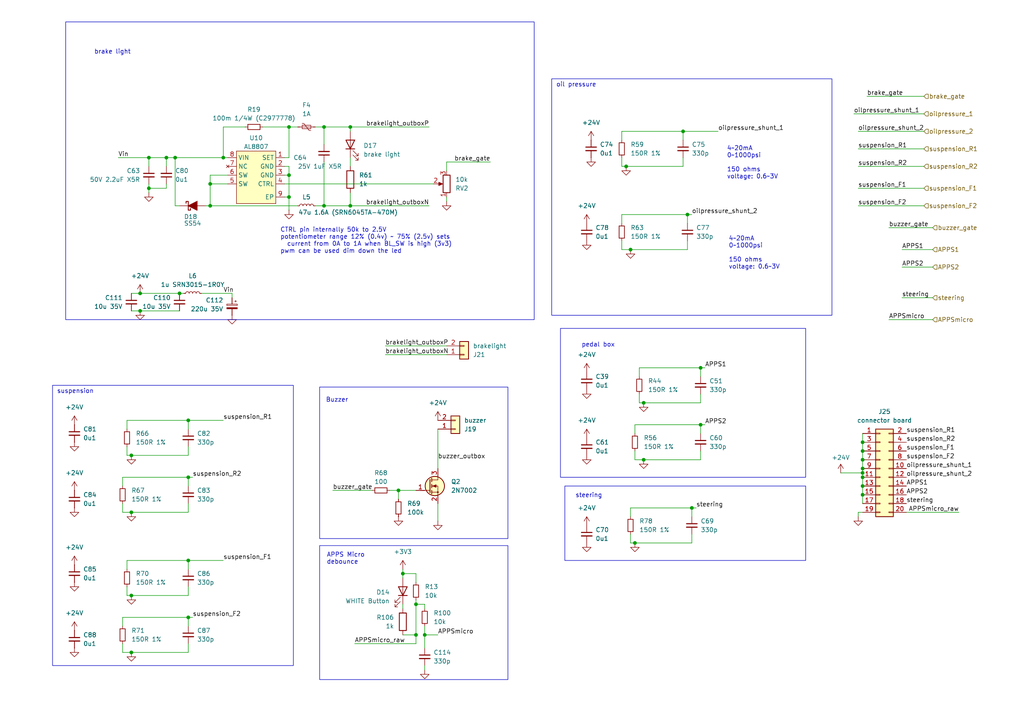
<source format=kicad_sch>
(kicad_sch (version 20231120) (generator "eeschema") (generator_version "8.0")
  (paper "A4")
  (title_block (title "EP6 VCU") (date "2024-09-30") (rev "1.0") (company "NTURacing") (comment 1 "郭哲明") (comment 2 "Electrical group"))
  (lib_symbols
    (symbol "Connector_Generic:Conn_01x02" (pin_names (offset 1.016) hide)
      (property "Reference" "J" (at 0 2.54 0))
      (property "Value" "Conn_01x02" (at 0 -5.08 0))
      (symbol "Conn_01x02_1_1"
        (pin passive line (at -5.08 0 0) (length 3.81) (name "Pin_1") (number "1"))
        (pin passive line (at -5.08 -2.54 0) (length 3.81) (name "Pin_2") (number "2"))
      )
    )
    (symbol "Connector_Generic:Conn_02x10_Odd_Even" (pin_names (offset 1.016) hide)
      (property "Reference" "J" (at 1.27 12.7 0))
      (property "Value" "Conn_02x10_Odd_Even" (at 1.27 -15.24 0))
      (symbol "Conn_02x10_Odd_Even_1_1"
        (pin passive line (at -5.08 10.16 0) (length 3.81) (name "Pin_1") (number "1"))
        (pin passive line (at 7.62 0 180) (length 3.81) (name "Pin_10") (number "10"))
        (pin passive line (at -5.08 -2.54 0) (length 3.81) (name "Pin_11") (number "11"))
        (pin passive line (at 7.62 -2.54 180) (length 3.81) (name "Pin_12") (number "12"))
        (pin passive line (at -5.08 -5.08 0) (length 3.81) (name "Pin_13") (number "13"))
        (pin passive line (at 7.62 -5.08 180) (length 3.81) (name "Pin_14") (number "14"))
        (pin passive line (at -5.08 -7.62 0) (length 3.81) (name "Pin_15") (number "15"))
        (pin passive line (at 7.62 -7.62 180) (length 3.81) (name "Pin_16") (number "16"))
        (pin passive line (at -5.08 -10.16 0) (length 3.81) (name "Pin_17") (number "17"))
        (pin passive line (at 7.62 -10.16 180) (length 3.81) (name "Pin_18") (number "18"))
        (pin passive line (at -5.08 -12.7 0) (length 3.81) (name "Pin_19") (number "19"))
        (pin passive line (at 7.62 10.16 180) (length 3.81) (name "Pin_2") (number "2"))
        (pin passive line (at 7.62 -12.7 180) (length 3.81) (name "Pin_20") (number "20"))
        (pin passive line (at -5.08 7.62 0) (length 3.81) (name "Pin_3") (number "3"))
        (pin passive line (at 7.62 7.62 180) (length 3.81) (name "Pin_4") (number "4"))
        (pin passive line (at -5.08 5.08 0) (length 3.81) (name "Pin_5") (number "5"))
        (pin passive line (at 7.62 5.08 180) (length 3.81) (name "Pin_6") (number "6"))
        (pin passive line (at -5.08 2.54 0) (length 3.81) (name "Pin_7") (number "7"))
        (pin passive line (at 7.62 2.54 180) (length 3.81) (name "Pin_8") (number "8"))
        (pin passive line (at -5.08 0 0) (length 3.81) (name "Pin_9") (number "9"))
      )
    )
    (symbol "Device:C_Polarized_Small" (pin_numbers hide) (pin_names (offset 0.254) hide)
      (property "Reference" "C" (at 0.254 1.778 0))
      (property "Value" "C_Polarized_Small" (at 0.254 -2.032 0))
      (symbol "C_Polarized_Small_1_1"
        (pin passive line (at 0 2.54 270) (length 1.8542) (name "~") (number "1"))
        (pin passive line (at 0 -2.54 90) (length 1.8542) (name "~") (number "2"))
      )
    )
    (symbol "Device:C_Small" (pin_numbers hide) (pin_names (offset 0.254) hide)
      (property "Reference" "C" (at 0.254 1.778 0))
      (property "Value" "C_Small" (at 0.254 -2.032 0))
      (symbol "C_Small_1_1"
        (pin passive line (at 0 2.54 270) (length 2.032) (name "~") (number "1"))
        (pin passive line (at 0 -2.54 90) (length 2.032) (name "~") (number "2"))
      )
    )
    (symbol "Device:LED" (pin_numbers hide) (pin_names (offset 1.016) hide)
      (property "Reference" "D" (at 0 2.54 0))
      (property "Value" "LED" (at 0 -2.54 0))
      (symbol "LED_1_1"
        (pin passive line (at -3.81 0 0) (length 2.54) (name "K") (number "1"))
        (pin passive line (at 3.81 0 180) (length 2.54) (name "A") (number "2"))
      )
    )
    (symbol "Device:L_Small" (pin_numbers hide) (pin_names (offset 0.254) hide)
      (property "Reference" "L" (at 0.762 1.016 0))
      (property "Value" "L_Small" (at 0.762 -1.016 0))
      (symbol "L_Small_1_1"
        (pin passive line (at 0 2.54 270) (length 0.508) (name "~") (number "1"))
        (pin passive line (at 0 -2.54 90) (length 0.508) (name "~") (number "2"))
      )
    )
    (symbol "Device:Polyfuse_Small" (pin_numbers hide) (pin_names (offset 0))
      (property "Reference" "F" (at -1.905 0 90))
      (property "Value" "Polyfuse_Small" (at 1.905 0 90))
      (symbol "Polyfuse_Small_1_1"
        (pin passive line (at 0 2.54 270) (length 0.635) (name "~") (number "1"))
        (pin passive line (at 0 -2.54 90) (length 0.635) (name "~") (number "2"))
      )
    )
    (symbol "Device:R" (pin_numbers hide) (pin_names (offset 0))
      (property "Reference" "R" (at 2.032 0 90))
      (property "Value" "R" (at 0 0 90))
      (symbol "R_1_1"
        (pin passive line (at 0 3.81 270) (length 1.27) (name "~") (number "1"))
        (pin passive line (at 0 -3.81 90) (length 1.27) (name "~") (number "2"))
      )
    )
    (symbol "Device:R_Potentiometer" (pin_names (offset 1.016) hide)
      (property "Reference" "RV" (at -4.445 0 90))
      (property "Value" "R_Potentiometer" (at -2.54 0 90))
      (symbol "R_Potentiometer_1_1"
        (pin passive line (at 0 3.81 270) (length 1.27) (name "1") (number "1"))
        (pin passive line (at 3.81 0 180) (length 1.27) (name "2") (number "2"))
        (pin passive line (at 0 -3.81 90) (length 1.27) (name "3") (number "3"))
      )
    )
    (symbol "Device:R_Small" (pin_numbers hide) (pin_names (offset 0.254) hide)
      (property "Reference" "R" (at 0.762 0.508 0))
      (property "Value" "R_Small" (at 0.762 -1.016 0))
      (symbol "R_Small_1_1"
        (pin passive line (at 0 2.54 270) (length 0.762) (name "~") (number "1"))
        (pin passive line (at 0 -2.54 90) (length 0.762) (name "~") (number "2"))
      )
    )
    (symbol "PCM_Diode_Schottky_AKL:SS54" (pin_numbers hide) (pin_names (offset 1.016) hide)
      (property "Reference" "D" (at 0 5.08 0))
      (property "Value" "SS54" (at 0 2.54 0))
      (symbol "SS54_1_1"
        (pin passive line (at 3.81 0 180) (length 2.54) (name "K") (number "1"))
        (pin passive line (at -3.81 0 0) (length 2.54) (name "A") (number "2"))
      )
      (symbol "SS54_1_2"
        (pin passive line (at 2.54 2.54 180) (length 0) (name "K") (number "1"))
        (pin passive line (at -2.54 -2.54 0) (length 0) (name "A") (number "2"))
      )
    )
    (symbol "PCM_Transistor_MOSFET_AKL:2N7002" (pin_names hide)
      (property "Reference" "Q" (at 5.08 1.27 0))
      (property "Value" "2N7002" (at 5.08 -1.27 0))
      (symbol "2N7002_1_1"
        (pin input line (at -3.81 -1.27 0) (length 2.54) (name "G") (number "1"))
        (pin passive line (at 2.54 -5.08 90) (length 2.54) (name "S") (number "2"))
        (pin passive line (at 2.54 5.08 270) (length 2.54) (name "D") (number "3"))
      )
    )
    (symbol "nturt_kicad_lib_EP6:AL8807"
      (property "Reference" "U" (at 8.382 -17.272 0))
      (property "Value" "AL8807" (at 8.128 -15.24 0))
      (symbol "AL8807_0_0"
        (pin input line (at 0 0 0) (length 2.54) (name "SET") (number "1"))
        (pin power_in line (at 0 -2.54 0) (length 2.54) (name "GND") (number "2"))
        (pin power_in line (at 0 -5.08 0) (length 2.54) (name "GND") (number "3"))
        (pin input line (at 0 -7.62 0) (length 2.54) (name "CTRL") (number "4"))
        (pin output line (at 16.51 -7.62 180) (length 2.54) (name "SW") (number "5"))
        (pin output line (at 16.51 -5.08 180) (length 2.54) (name "SW") (number "6"))
        (pin no_connect line (at 16.51 -2.54 180) (length 2.54) (name "NC") (number "7"))
        (pin power_in line (at 16.51 0 180) (length 2.54) (name "VIN") (number "8"))
      )
      (symbol "AL8807_1_0"
        (pin free line (at 0 -11.43 0) (length 2.54) (name "EP") (number "9"))
      )
    )
    (symbol "power:+24V" (power) (pin_numbers hide) (pin_names (offset 0) hide)
      (property "Value" "+24V" (at 0 3.556 0))
      (symbol "+24V_1_1"
        (pin power_in line (at 0 0 90) (length 0) (name "~") (number "1"))
      )
    )
    (symbol "power:+3V3" (power) (pin_numbers hide) (pin_names (offset 0) hide)
      (property "Value" "+3V3" (at 0 3.556 0))
      (symbol "+3V3_1_1"
        (pin power_in line (at 0 0 90) (length 0) (name "~") (number "1"))
      )
    )
    (symbol "power:GND" (power) (pin_numbers hide) (pin_names (offset 0) hide)
      (property "Value" "GND" (at 0 -3.81 0))
      (symbol "GND_1_1"
        (pin power_in line (at 0 0 270) (length 0) (name "~") (number "1"))
      )
    )
  )
  (junction (at 250.19 128.27))
  (junction (at 83.82 50.8))
  (junction (at 54.61 138.43))
  (junction (at 120.65 184.15))
  (junction (at 250.19 138.43))
  (junction (at 83.82 36.83))
  (junction (at 83.82 57.15))
  (junction (at 250.19 133.35))
  (junction (at 43.18 54.61))
  (junction (at 203.2 123.19))
  (junction (at 250.19 143.51))
  (junction (at 123.19 184.15))
  (junction (at 50.8 45.72))
  (junction (at 186.69 133.35))
  (junction (at 52.07 85.09))
  (junction (at 40.64 90.17))
  (junction (at 54.61 121.92))
  (junction (at 203.2 106.68))
  (junction (at 38.1 132.08))
  (junction (at 120.65 175.26))
  (junction (at 101.6 59.69))
  (junction (at 200.66 147.32))
  (junction (at 182.88 72.39))
  (junction (at 43.18 45.72))
  (junction (at 60.96 53.34))
  (junction (at 93.98 59.69))
  (junction (at 184.15 157.48))
  (junction (at 93.98 36.83))
  (junction (at 38.1 189.23))
  (junction (at 54.61 179.07))
  (junction (at 60.96 59.69))
  (junction (at 48.26 45.72))
  (junction (at 250.19 135.89))
  (junction (at 116.84 166.37))
  (junction (at 101.6 36.83))
  (junction (at 38.1 172.72))
  (junction (at 250.19 130.81))
  (junction (at 64.77 45.72))
  (junction (at 250.19 140.97))
  (junction (at 38.1 148.59))
  (junction (at 199.39 62.23))
  (junction (at 250.19 137.16))
  (junction (at 115.57 142.24))
  (junction (at 40.64 85.09))
  (junction (at 198.12 38.1))
  (junction (at 186.69 116.84))
  (junction (at 181.61 48.26))
  (junction (at 54.61 162.56))
  (wire (pts (xy 67.31 86.36) (xy 67.31 85.09)))
  (wire (pts (xy 36.83 172.72) (xy 38.1 172.72)))
  (wire (pts (xy 36.83 162.56) (xy 54.61 162.56)))
  (wire (pts (xy 101.6 48.26) (xy 101.6 45.72)))
  (wire (pts (xy 101.6 59.69) (xy 124.46 59.69)))
  (wire (pts (xy 101.6 36.83) (xy 101.6 38.1)))
  (wire (pts (xy 180.34 45.72) (xy 180.34 48.26)))
  (wire (pts (xy 251.46 27.94) (xy 267.97 27.94)))
  (wire (pts (xy 93.98 36.83) (xy 93.98 41.91)))
  (wire (pts (xy 250.19 143.51) (xy 250.19 146.05)))
  (wire (pts (xy 82.55 48.26) (xy 83.82 48.26)))
  (wire (pts (xy 120.65 173.99) (xy 120.65 175.26)))
  (wire (pts (xy 59.69 59.69) (xy 60.96 59.69)))
  (wire (pts (xy 82.55 53.34) (xy 125.73 53.34)))
  (wire (pts (xy 40.64 85.09) (xy 38.1 85.09)))
  (wire (pts (xy 123.19 175.26) (xy 120.65 175.26)))
  (wire (pts (xy 36.83 162.56) (xy 36.83 165.1)))
  (wire (pts (xy 248.92 54.61) (xy 267.97 54.61)))
  (wire (pts (xy 102.87 186.69) (xy 120.65 186.69)))
  (wire (pts (xy 83.82 50.8) (xy 83.82 57.15)))
  (wire (pts (xy 54.61 146.05) (xy 54.61 148.59)))
  (wire (pts (xy 184.15 133.35) (xy 186.69 133.35)))
  (wire (pts (xy 38.1 132.08) (xy 54.61 132.08)))
  (wire (pts (xy 180.34 62.23) (xy 199.39 62.23)))
  (wire (pts (xy 185.42 114.3) (xy 185.42 116.84)))
  (wire (pts (xy 200.66 147.32) (xy 200.66 149.86)))
  (wire (pts (xy 184.15 130.81) (xy 184.15 133.35)))
  (wire (pts (xy 180.34 72.39) (xy 182.88 72.39)))
  (wire (pts (xy 43.18 45.72) (xy 48.26 45.72)))
  (wire (pts (xy 91.44 36.83) (xy 93.98 36.83)))
  (wire (pts (xy 186.69 116.84) (xy 203.2 116.84)))
  (wire (pts (xy 64.77 45.72) (xy 66.04 45.72)))
  (wire (pts (xy 54.61 162.56) (xy 64.77 162.56)))
  (wire (pts (xy 60.96 53.34) (xy 60.96 50.8)))
  (wire (pts (xy 71.12 36.83) (xy 64.77 36.83)))
  (wire (pts (xy 120.65 175.26) (xy 120.65 184.15)))
  (wire (pts (xy 184.15 157.48) (xy 200.66 157.48)))
  (wire (pts (xy 52.07 85.09) (xy 40.64 85.09)))
  (wire (pts (xy 54.61 121.92) (xy 64.77 121.92)))
  (wire (pts (xy 83.82 36.83) (xy 86.36 36.83)))
  (wire (pts (xy 250.19 135.89) (xy 250.19 137.16)))
  (wire (pts (xy 182.88 147.32) (xy 182.88 149.86)))
  (wire (pts (xy 203.2 106.68) (xy 203.2 109.22)))
  (wire (pts (xy 54.61 179.07) (xy 55.88 179.07)))
  (wire (pts (xy 182.88 72.39) (xy 199.39 72.39)))
  (wire (pts (xy 185.42 106.68) (xy 203.2 106.68)))
  (wire (pts (xy 83.82 36.83) (xy 83.82 45.72)))
  (wire (pts (xy 257.81 92.71) (xy 270.51 92.71)))
  (wire (pts (xy 250.19 140.97) (xy 250.19 143.51)))
  (wire (pts (xy 96.52 142.24) (xy 107.95 142.24)))
  (wire (pts (xy 36.83 121.92) (xy 36.83 124.46)))
  (wire (pts (xy 182.88 147.32) (xy 200.66 147.32)))
  (wire (pts (xy 54.61 138.43) (xy 54.61 140.97)))
  (wire (pts (xy 250.19 138.43) (xy 250.19 140.97)))
  (wire (pts (xy 123.19 184.15) (xy 127 184.15)))
  (wire (pts (xy 38.1 189.23) (xy 54.61 189.23)))
  (wire (pts (xy 91.44 59.69) (xy 93.98 59.69)))
  (wire (pts (xy 35.56 146.05) (xy 35.56 148.59)))
  (wire (pts (xy 82.55 57.15) (xy 83.82 57.15)))
  (wire (pts (xy 113.03 142.24) (xy 115.57 142.24)))
  (wire (pts (xy 116.84 184.15) (xy 120.65 184.15)))
  (wire (pts (xy 243.84 137.16) (xy 250.19 137.16)))
  (wire (pts (xy 111.76 102.87) (xy 129.54 102.87)))
  (wire (pts (xy 120.65 166.37) (xy 116.84 166.37)))
  (wire (pts (xy 198.12 38.1) (xy 198.12 40.64)))
  (wire (pts (xy 184.15 123.19) (xy 184.15 125.73)))
  (wire (pts (xy 101.6 36.83) (xy 124.46 36.83)))
  (wire (pts (xy 54.61 138.43) (xy 55.88 138.43)))
  (wire (pts (xy 52.07 85.09) (xy 53.34 85.09)))
  (wire (pts (xy 123.19 175.26) (xy 123.19 176.53)))
  (wire (pts (xy 182.88 157.48) (xy 184.15 157.48)))
  (wire (pts (xy 203.2 123.19) (xy 204.47 123.19)))
  (wire (pts (xy 54.61 121.92) (xy 54.61 124.46)))
  (wire (pts (xy 116.84 165.1) (xy 116.84 166.37)))
  (wire (pts (xy 250.19 133.35) (xy 250.19 135.89)))
  (wire (pts (xy 180.34 48.26) (xy 181.61 48.26)))
  (wire (pts (xy 38.1 148.59) (xy 54.61 148.59)))
  (wire (pts (xy 82.55 50.8) (xy 83.82 50.8)))
  (wire (pts (xy 60.96 50.8) (xy 66.04 50.8)))
  (wire (pts (xy 38.1 172.72) (xy 54.61 172.72)))
  (wire (pts (xy 43.18 53.34) (xy 43.18 54.61)))
  (wire (pts (xy 66.04 53.34) (xy 60.96 53.34)))
  (wire (pts (xy 50.8 59.69) (xy 52.07 59.69)))
  (wire (pts (xy 198.12 38.1) (xy 208.28 38.1)))
  (wire (pts (xy 43.18 45.72) (xy 43.18 48.26)))
  (wire (pts (xy 83.82 48.26) (xy 83.82 50.8)))
  (wire (pts (xy 64.77 36.83) (xy 64.77 45.72)))
  (wire (pts (xy 270.51 72.39) (xy 261.62 72.39)))
  (wire (pts (xy 203.2 130.81) (xy 203.2 133.35)))
  (wire (pts (xy 203.2 114.3) (xy 203.2 116.84)))
  (wire (pts (xy 36.83 170.18) (xy 36.83 172.72)))
  (wire (pts (xy 199.39 62.23) (xy 199.39 64.77)))
  (wire (pts (xy 203.2 106.68) (xy 204.47 106.68)))
  (wire (pts (xy 248.92 48.26) (xy 267.97 48.26)))
  (wire (pts (xy 250.19 137.16) (xy 250.19 138.43)))
  (wire (pts (xy 120.65 186.69) (xy 120.65 184.15)))
  (wire (pts (xy 250.19 128.27) (xy 250.19 130.81)))
  (wire (pts (xy 250.19 128.27) (xy 250.19 125.73)))
  (wire (pts (xy 83.82 45.72) (xy 82.55 45.72)))
  (wire (pts (xy 50.8 59.69) (xy 50.8 45.72)))
  (wire (pts (xy 270.51 77.47) (xy 261.62 77.47)))
  (wire (pts (xy 180.34 69.85) (xy 180.34 72.39)))
  (wire (pts (xy 48.26 53.34) (xy 48.26 54.61)))
  (wire (pts (xy 40.64 90.17) (xy 38.1 90.17)))
  (wire (pts (xy 67.31 85.09) (xy 58.42 85.09)))
  (wire (pts (xy 35.56 179.07) (xy 54.61 179.07)))
  (wire (pts (xy 248.92 149.86) (xy 248.92 148.59)))
  (wire (pts (xy 257.81 66.04) (xy 270.51 66.04)))
  (wire (pts (xy 35.56 186.69) (xy 35.56 189.23)))
  (wire (pts (xy 278.13 148.59) (xy 262.89 148.59)))
  (wire (pts (xy 182.88 154.94) (xy 182.88 157.48)))
  (wire (pts (xy 185.42 116.84) (xy 186.69 116.84)))
  (wire (pts (xy 199.39 69.85) (xy 199.39 72.39)))
  (wire (pts (xy 54.61 162.56) (xy 54.61 165.1)))
  (wire (pts (xy 180.34 38.1) (xy 180.34 40.64)))
  (wire (pts (xy 199.39 62.23) (xy 200.66 62.23)))
  (wire (pts (xy 115.57 142.24) (xy 120.65 142.24)))
  (wire (pts (xy 248.92 43.18) (xy 267.97 43.18)))
  (wire (pts (xy 48.26 45.72) (xy 48.26 48.26)))
  (wire (pts (xy 200.66 154.94) (xy 200.66 157.48)))
  (wire (pts (xy 34.29 45.72) (xy 43.18 45.72)))
  (wire (pts (xy 93.98 36.83) (xy 101.6 36.83)))
  (wire (pts (xy 129.54 57.15) (xy 129.54 58.42)))
  (wire (pts (xy 198.12 45.72) (xy 198.12 48.26)))
  (wire (pts (xy 76.2 36.83) (xy 83.82 36.83)))
  (wire (pts (xy 127 124.46) (xy 127 135.89)))
  (wire (pts (xy 116.84 166.37) (xy 116.84 167.64)))
  (wire (pts (xy 248.92 59.69) (xy 267.97 59.69)))
  (wire (pts (xy 200.66 147.32) (xy 201.93 147.32)))
  (wire (pts (xy 35.56 138.43) (xy 54.61 138.43)))
  (wire (pts (xy 50.8 45.72) (xy 64.77 45.72)))
  (wire (pts (xy 185.42 106.68) (xy 185.42 109.22)))
  (wire (pts (xy 101.6 55.88) (xy 101.6 59.69)))
  (wire (pts (xy 250.19 130.81) (xy 250.19 133.35)))
  (wire (pts (xy 180.34 62.23) (xy 180.34 64.77)))
  (wire (pts (xy 60.96 59.69) (xy 86.36 59.69)))
  (wire (pts (xy 54.61 179.07) (xy 54.61 181.61)))
  (wire (pts (xy 36.83 129.54) (xy 36.83 132.08)))
  (wire (pts (xy 36.83 121.92) (xy 54.61 121.92)))
  (wire (pts (xy 54.61 129.54) (xy 54.61 132.08)))
  (wire (pts (xy 52.07 90.17) (xy 40.64 90.17)))
  (wire (pts (xy 93.98 46.99) (xy 93.98 59.69)))
  (wire (pts (xy 60.96 59.69) (xy 60.96 53.34)))
  (wire (pts (xy 43.18 54.61) (xy 43.18 55.88)))
  (wire (pts (xy 247.65 33.02) (xy 267.97 33.02)))
  (wire (pts (xy 54.61 186.69) (xy 54.61 189.23)))
  (wire (pts (xy 181.61 48.26) (xy 198.12 48.26)))
  (wire (pts (xy 248.92 148.59) (xy 250.19 148.59)))
  (wire (pts (xy 127 146.05) (xy 127 151.13)))
  (wire (pts (xy 48.26 54.61) (xy 43.18 54.61)))
  (wire (pts (xy 120.65 168.91) (xy 120.65 166.37)))
  (wire (pts (xy 93.98 59.69) (xy 101.6 59.69)))
  (wire (pts (xy 83.82 57.15) (xy 83.82 60.96)))
  (wire (pts (xy 142.24 46.99) (xy 129.54 46.99)))
  (wire (pts (xy 123.19 194.31) (xy 123.19 193.04)))
  (wire (pts (xy 123.19 184.15) (xy 123.19 187.96)))
  (wire (pts (xy 35.56 179.07) (xy 35.56 181.61)))
  (wire (pts (xy 261.62 86.36) (xy 270.51 86.36)))
  (wire (pts (xy 129.54 46.99) (xy 129.54 49.53)))
  (wire (pts (xy 184.15 123.19) (xy 203.2 123.19)))
  (wire (pts (xy 111.76 100.33) (xy 129.54 100.33)))
  (wire (pts (xy 180.34 38.1) (xy 198.12 38.1)))
  (wire (pts (xy 35.56 148.59) (xy 38.1 148.59)))
  (wire (pts (xy 35.56 138.43) (xy 35.56 140.97)))
  (wire (pts (xy 203.2 123.19) (xy 203.2 125.73)))
  (wire (pts (xy 115.57 144.78) (xy 115.57 142.24)))
  (wire (pts (xy 116.84 176.53) (xy 116.84 175.26)))
  (wire (pts (xy 48.26 45.72) (xy 50.8 45.72)))
  (wire (pts (xy 54.61 170.18) (xy 54.61 172.72)))
  (wire (pts (xy 35.56 189.23) (xy 38.1 189.23)))
  (wire (pts (xy 186.69 133.35) (xy 203.2 133.35)))
  (wire (pts (xy 36.83 132.08) (xy 38.1 132.08)))
  (wire (pts (xy 123.19 181.61) (xy 123.19 184.15)))
  (wire (pts (xy 248.92 38.1) (xy 267.97 38.1)))
  (rectangle (start 160.02 22.86) (end 241.3 91.44))
  (rectangle (start 19.05 6.35) (end 154.94 92.71))
  (rectangle (start 15.24 111.76) (end 85.09 193.04))
  (rectangle (start 92.71 112.268) (end 147.32 156.21))
  (rectangle (start 162.56 95.25) (end 233.68 138.43))
  (rectangle (start 92.71 158.242) (end 147.32 197.104))
  (rectangle (start 163.83 140.97) (end 233.68 162.56))
  (text "brake light\n" (at 27.305 15.875 0) (effects (font (size 1.27 1.27)) (justify left bottom)))
  (text "steering" (at 166.878 144.526 0) (effects (font (size 1.27 1.27)) (justify left bottom)))
  (text "pedal box" (at 168.656 100.838 0) (effects (font (size 1.27 1.27)) (justify left bottom)))
  (text "4~20mA\n0~1000psi\n\n150 ohms\nvoltage: 0.6~3V" (at 210.82 52.07 0) (effects (font (size 1.27 1.27)) (justify left bottom)))
  (text "Buzzer" (at 94.488 116.84 0) (effects (font (size 1.27 1.27)) (justify left bottom)))
  (text "CTRL pin internally 50k to 2.5V\npotentiometer range 12% (0.4v) ~ 75% (2.5v) sets\n  current from 0A to 1A when BL_SW is high (3v3)\npwm can be used dim down the led" (at 81.28 69.85 0) (effects (font (size 1.27 1.27)) (justify left)))
  (text "suspension" (at 16.51 114.3 0) (effects (font (size 1.27 1.27)) (justify left bottom)))
  (text "oil pressure" (at 161.29 25.4 0) (effects (font (size 1.27 1.27)) (justify left bottom)))
  (text "APPS Micro \ndebounce" (at 94.742 163.83 0) (effects (font (size 1.27 1.27)) (justify left bottom)))
  (text "4~20mA\n0~1000psi\n\n150 ohms\nvoltage: 0.6~3V" (at 211.328 78.232 0) (effects (font (size 1.27 1.27)) (justify left bottom)))
  (label "oilpressure_shunt_1" (at 247.65 33.02 0))
  (label "suspension_F2" (at 262.89 133.35 0))
  (label "suspension_R1" (at 248.92 43.18 0))
  (label "brake_gate" (at 251.46 27.94 0))
  (label "Vin" (at 34.29 45.72 0))
  (label "brakelight_outboxN" (at 124.46 59.69 180))
  (label "suspension_R1" (at 64.77 121.92 0))
  (label "APPSmicro" (at 257.81 92.71 0))
  (label "APPS1" (at 262.89 140.97 0))
  (label "APPS2" (at 261.62 77.47 0))
  (label "suspension_F2" (at 248.92 59.69 0))
  (label "oilpressure_shunt_1" (at 208.28 38.1 0))
  (label "suspension_F1" (at 64.77 162.56 0))
  (label "APPSmicro_raw" (at 278.13 148.59 180))
  (label "suspension_R2" (at 248.92 48.26 0))
  (label "oilpressure_shunt_2" (at 248.92 38.1 0))
  (label "oilpressure_shunt_2" (at 262.89 138.43 0))
  (label "suspension_R2" (at 55.88 138.43 0))
  (label "steering" (at 261.62 86.36 0))
  (label "APPSmicro_raw" (at 102.87 186.69 0))
  (label "oilpressure_shunt_2" (at 200.66 62.23 0))
  (label "buzzer_outbox" (at 127 133.35 0))
  (label "buzzer_gate" (at 96.52 142.24 0))
  (label "APPS1" (at 261.62 72.39 0))
  (label "steering" (at 201.93 147.32 0))
  (label "Vin" (at 64.77 85.09 0))
  (label "brakelight_outboxP" (at 111.76 100.33 0))
  (label "suspension_F1" (at 262.89 130.81 0))
  (label "suspension_R1" (at 262.89 125.73 0))
  (label "steering" (at 262.89 146.05 0))
  (label "APPSmicro" (at 127 184.15 0))
  (label "suspension_R2" (at 262.89 128.27 0))
  (label "APPS1" (at 204.47 106.68 0))
  (label "brake_gate" (at 142.24 46.99 180))
  (label "buzzer_gate" (at 257.81 66.04 0))
  (label "brakelight_outboxP" (at 124.46 36.83 180))
  (label "APPS2" (at 204.47 123.19 0))
  (label "brakelight_outboxN" (at 111.76 102.87 0))
  (label "suspension_F2" (at 55.88 179.07 0))
  (label "APPS2" (at 262.89 143.51 0))
  (label "oilpressure_shunt_1" (at 262.89 135.89 0))
  (label "suspension_F1" (at 248.92 54.61 0))
  (hierarchical_label "APPS2" (shape input) (at 270.51 77.47 0))
  (hierarchical_label "oilpressure_2" (shape input) (at 267.97 38.1 0))
  (hierarchical_label "steering" (shape input) (at 270.51 86.36 0))
  (hierarchical_label "suspension_R1" (shape input) (at 267.97 43.18 0))
  (hierarchical_label "APPSmicro" (shape input) (at 270.51 92.71 0))
  (hierarchical_label "APPS1" (shape input) (at 270.51 72.39 0))
  (hierarchical_label "suspension_F1" (shape input) (at 267.97 54.61 0))
  (hierarchical_label "suspension_F2" (shape input) (at 267.97 59.69 0))
  (hierarchical_label "suspension_R2" (shape input) (at 267.97 48.26 0))
  (hierarchical_label "brake_gate" (shape input) (at 267.97 27.94 0))
  (hierarchical_label "oilpressure_1" (shape input) (at 267.97 33.02 0))
  (hierarchical_label "buzzer_gate" (shape input) (at 270.51 66.04 0))
  (symbol (lib_id "power:GND") (at 129.54 58.42 0) (unit 1)
    (property "Reference" "#PWR0120" (effects (hide yes)))
    (property "Value" "GND" (effects (hide yes)))
    (property "Description" "Power symbol creates a global label with name \"GND\" , ground" (effects (hide yes)))
  )
  (symbol (lib_id "Device:C_Small") (at 203.2 128.27 0) (unit 1)
    (property "Reference" "C60" (at 205.74 127.0063 0) (effects (justify left)))
    (property "Value" "330p" (at 205.74 129.5463 0) (effects (justify left)))
    (property "Footprint" "Capacitor_SMD:C_0402_1005Metric" (effects (hide yes)))
    (property "Description" "Unpolarized capacitor, small symbol" (effects (hide yes)))
  )
  (symbol (lib_id "Device:C_Small") (at 198.12 43.18 0) (unit 1)
    (property "Reference" "C75" (at 200.66 41.9163 0) (effects (justify left)))
    (property "Value" "330p" (at 200.66 44.4563 0) (effects (justify left)))
    (property "Footprint" "Capacitor_SMD:C_0402_1005Metric" (effects (hide yes)))
    (property "Description" "Unpolarized capacitor, small symbol" (effects (hide yes)))
  )
  (symbol (lib_id "Device:C_Small") (at 54.61 127 0) (unit 1)
    (property "Reference" "C82" (at 57.15 125.7363 0) (effects (justify left)))
    (property "Value" "330p" (at 57.15 128.2763 0) (effects (justify left)))
    (property "Footprint" "Capacitor_SMD:C_0402_1005Metric" (effects (hide yes)))
    (property "Description" "Unpolarized capacitor, small symbol" (effects (hide yes)))
  )
  (symbol (lib_id "Device:R_Small") (at 185.42 111.76 0) (unit 1)
    (property "Reference" "R44" (at 187.96 110.4899 0) (effects (justify left)))
    (property "Value" "150R 1%" (at 187.96 113.0299 0) (effects (justify left)))
    (property "Footprint" "Resistor_SMD:R_0603_1608Metric" (effects (hide yes)))
    (property "Description" "Resistor, small symbol" (effects (hide yes)))
  )
  (symbol (lib_id "Device:R_Small") (at 36.83 167.64 0) (unit 1)
    (property "Reference" "R70" (at 39.37 166.3699 0) (effects (justify left)))
    (property "Value" "150R 1%" (at 39.37 168.9099 0) (effects (justify left)))
    (property "Footprint" "Resistor_SMD:R_0603_1608Metric" (effects (hide yes)))
    (property "Description" "Resistor, small symbol" (effects (hide yes)))
  )
  (symbol (lib_id "power:GND") (at 21.59 128.27 0) (unit 1)
    (property "Reference" "#PWR0156" (effects (hide yes)))
    (property "Value" "GND" (effects (hide yes)))
    (property "Description" "Power symbol creates a global label with name \"GND\" , ground" (effects (hide yes)))
  )
  (symbol (lib_id "power:GND") (at 186.69 116.84 0) (unit 1)
    (property "Reference" "#PWR0114" (effects (hide yes)))
    (property "Value" "GND" (effects (hide yes)))
    (property "Description" "Power symbol creates a global label with name \"GND\" , ground" (effects (hide yes)))
  )
  (symbol (lib_id "Device:R_Small") (at 180.34 67.31 0) (unit 1)
    (property "Reference" "R63" (at 182.88 66.0399 0) (effects (justify left)))
    (property "Value" "150R 1%" (at 182.88 68.5799 0) (effects (justify left)))
    (property "Footprint" "Resistor_SMD:R_0603_1608Metric" (effects (hide yes)))
    (property "Description" "Resistor, small symbol" (effects (hide yes)))
  )
  (symbol (lib_id "Connector_Generic:Conn_01x02") (at 134.62 102.87 0) (mirror x) (unit 1)
    (property "Reference" "J21" (at 137.16 102.87 0) (effects (justify left)))
    (property "Value" "brakelight" (at 137.16 100.33 0) (effects (justify left)))
    (property "Footprint" "Connector_JST:JST_XH_B2B-XH-A_1x02_P2.50mm_Vertical" (effects (hide yes)))
    (property "Description" "Generic connector, single row, 01x02, script generated (kicad-library-utils/schlib/autogen/connector/)" (effects (hide yes)))
  )
  (symbol (lib_id "Device:C_Small") (at 38.1 87.63 0) (mirror y) (unit 1)
    (property "Reference" "C111" (at 35.56 86.3662 0) (effects (justify left)))
    (property "Value" "10u 35V" (at 35.56 88.9062 0) (effects (justify left)))
    (property "Footprint" "Capacitor_SMD:C_1206_3216Metric" (effects (hide yes)))
    (property "Description" "Unpolarized capacitor, small symbol" (effects (hide yes)))
  )
  (symbol (lib_id "power:+24V") (at 171.45 40.64 0) (unit 1)
    (property "Reference" "#PWR0140" (effects (hide yes)))
    (property "Value" "+24V" (at 171.45 35.56 0))
    (property "Description" "Power symbol creates a global label with name \"+24V\"" (effects (hide yes)))
  )
  (symbol (lib_id "power:GND") (at 184.15 157.48 0) (unit 1)
    (property "Reference" "#PWR0138" (effects (hide yes)))
    (property "Value" "GND" (effects (hide yes)))
    (property "Description" "Power symbol creates a global label with name \"GND\" , ground" (effects (hide yes)))
  )
  (symbol (lib_id "PCM_Diode_Schottky_AKL:SS54") (at 55.88 59.69 180) (unit 1)
    (property "Reference" "D18" (at 53.34 62.865 0) (effects (justify right)))
    (property "Value" "SS54" (at 53.34 64.77 0) (effects (justify right)))
    (property "Footprint" "Diode_SMD:D_SMA" (effects (hide yes)))
    (property "Datasheet" "https://www.laro.com.pl/pdf/ss56.pdf" (effects (hide yes)))
    (property "Description" "SMC Schottky diode, 40V, 5A, Alternate KiCAD Library" (effects (hide yes)))
  )
  (symbol (lib_id "power:+24V") (at 243.84 137.16 0) (unit 1)
    (property "Reference" "#PWR0213" (effects (hide yes)))
    (property "Value" "+24V" (at 243.84 132.715 0))
    (property "Description" "Power symbol creates a global label with name \"+24V\"" (effects (hide yes)))
  )
  (symbol (lib_id "Device:C_Small") (at 203.2 111.76 0) (unit 1)
    (property "Reference" "C51" (at 205.74 110.4963 0) (effects (justify left)))
    (property "Value" "330p" (at 205.74 113.0363 0) (effects (justify left)))
    (property "Footprint" "Capacitor_SMD:C_0402_1005Metric" (effects (hide yes)))
    (property "Description" "Unpolarized capacitor, small symbol" (effects (hide yes)))
  )
  (symbol (lib_id "power:GND") (at 67.31 91.44 0) (mirror y) (unit 1)
    (property "Reference" "#PWR0204" (effects (hide yes)))
    (property "Value" "GND" (effects (hide yes)))
    (property "Description" "Power symbol creates a global label with name \"GND\" , ground" (effects (hide yes)))
  )
  (symbol (lib_id "Device:C_Small") (at 21.59 125.73 0) (unit 1)
    (property "Reference" "C81" (at 24.13 124.4663 0) (effects (justify left)))
    (property "Value" "0u1" (at 24.13 127.0063 0) (effects (justify left)))
    (property "Footprint" "Capacitor_SMD:C_0402_1005Metric" (effects (hide yes)))
    (property "Description" "Unpolarized capacitor, small symbol" (effects (hide yes)))
  )
  (symbol (lib_id "power:GND") (at 170.18 132.08 0) (unit 1)
    (property "Reference" "#PWR0133" (effects (hide yes)))
    (property "Value" "GND" (effects (hide yes)))
    (property "Description" "Power symbol creates a global label with name \"GND\" , ground" (effects (hide yes)))
  )
  (symbol (lib_id "power:GND") (at 186.69 133.35 0) (unit 1)
    (property "Reference" "#PWR0134" (effects (hide yes)))
    (property "Value" "GND" (effects (hide yes)))
    (property "Description" "Power symbol creates a global label with name \"GND\" , ground" (effects (hide yes)))
  )
  (symbol (lib_id "Device:R") (at 116.84 180.34 0) (mirror y) (unit 1)
    (property "Reference" "R106" (at 114.3 179.07 0) (effects (justify left)))
    (property "Value" "1k" (at 114.3 181.61 0) (effects (justify left)))
    (property "Footprint" "Resistor_SMD:R_0402_1005Metric" (effects (hide yes)))
    (property "Description" "Resistor" (effects (hide yes)))
  )
  (symbol (lib_id "Device:L_Small") (at 88.9 59.69 90) (unit 1)
    (property "Reference" "L5" (at 88.9 57.15 90))
    (property "Value" "47u 1.6A (SRN6045TA-470M)" (at 100.965 61.595 90))
    (property "Footprint" "Inductor_SMD:L_Bourns_SRN6045TA" (effects (hide yes)))
    (property "Description" "Inductor, small symbol" (effects (hide yes)))
  )
  (symbol (lib_id "Device:R_Small") (at 110.49 142.24 270) (unit 1)
    (property "Reference" "R68" (at 110.49 137.16 90))
    (property "Value" "100" (at 110.49 139.7 90))
    (property "Footprint" "Resistor_SMD:R_0402_1005Metric" (effects (hide yes)))
    (property "Description" "Resistor, small symbol" (effects (hide yes)))
  )
  (symbol (lib_id "Connector_Generic:Conn_02x10_Odd_Even") (at 255.27 135.89 0) (unit 1)
    (property "Reference" "J25" (at 256.54 119.38 0))
    (property "Value" "connector board" (at 256.54 121.92 0))
    (property "Footprint" "Connector_IDC:IDC-Header_2x10_P2.54mm_Vertical" (effects (hide yes)))
    (property "Description" "Generic connector, double row, 02x10, odd/even pin numbering scheme (row 1 odd numbers, row 2 even numbers), script generated (kicad-library-utils/schlib/autogen/connector/)" (effects (hide yes)))
  )
  (symbol (lib_id "Device:R_Small") (at 115.57 147.32 180) (unit 1)
    (property "Reference" "R69" (at 118.11 146.05 0) (effects (justify right)))
    (property "Value" "100k" (at 118.11 148.59 0) (effects (justify right)))
    (property "Footprint" "Resistor_SMD:R_0402_1005Metric" (effects (hide yes)))
    (property "Description" "Resistor, small symbol" (effects (hide yes)))
  )
  (symbol (lib_id "power:GND") (at 115.57 149.86 0) (unit 1)
    (property "Reference" "#PWR0162" (effects (hide yes)))
    (property "Value" "GND" (effects (hide yes)))
    (property "Description" "Power symbol creates a global label with name \"GND\" , ground" (effects (hide yes)))
  )
  (symbol (lib_id "Device:C_Small") (at 54.61 167.64 0) (unit 1)
    (property "Reference" "C86" (at 57.15 166.3763 0) (effects (justify left)))
    (property "Value" "330p" (at 57.15 168.9163 0) (effects (justify left)))
    (property "Footprint" "Capacitor_SMD:C_0402_1005Metric" (effects (hide yes)))
    (property "Description" "Unpolarized capacitor, small symbol" (effects (hide yes)))
  )
  (symbol (lib_id "power:+24V") (at 170.18 152.4 0) (unit 1)
    (property "Reference" "#PWR0136" (effects (hide yes)))
    (property "Value" "+24V" (at 170.18 147.32 0))
    (property "Description" "Power symbol creates a global label with name \"+24V\"" (effects (hide yes)))
  )
  (symbol (lib_id "power:GND") (at 182.88 72.39 0) (unit 1)
    (property "Reference" "#PWR0149" (effects (hide yes)))
    (property "Value" "GND" (effects (hide yes)))
    (property "Description" "Power symbol creates a global label with name \"GND\" , ground" (effects (hide yes)))
  )
  (symbol (lib_id "Connector_Generic:Conn_01x02") (at 132.08 124.46 0) (mirror x) (unit 1)
    (property "Reference" "J19" (at 134.62 124.46 0) (effects (justify left)))
    (property "Value" "buzzer" (at 134.62 121.92 0) (effects (justify left)))
    (property "Footprint" "Connector_JST:JST_XH_B2B-XH-A_1x02_P2.50mm_Vertical" (effects (hide yes)))
    (property "Description" "Generic connector, single row, 01x02, script generated (kicad-library-utils/schlib/autogen/connector/)" (effects (hide yes)))
  )
  (symbol (lib_id "Device:R_Small") (at 35.56 184.15 0) (unit 1)
    (property "Reference" "R71" (at 38.1 182.8799 0) (effects (justify left)))
    (property "Value" "150R 1%" (at 38.1 185.4199 0) (effects (justify left)))
    (property "Footprint" "Resistor_SMD:R_0603_1608Metric" (effects (hide yes)))
    (property "Description" "Resistor, small symbol" (effects (hide yes)))
  )
  (symbol (lib_id "power:GND") (at 38.1 148.59 0) (unit 1)
    (property "Reference" "#PWR0161" (effects (hide yes)))
    (property "Value" "GND" (effects (hide yes)))
    (property "Description" "Power symbol creates a global label with name \"GND\" , ground" (effects (hide yes)))
  )
  (symbol (lib_id "Device:R_Small") (at 73.66 36.83 90) (unit 1)
    (property "Reference" "R19" (at 73.66 31.75 90))
    (property "Value" "100m 1/4W (C2977778)" (at 73.66 34.29 90))
    (property "Footprint" "Resistor_SMD:R_0805_2012Metric" (effects (hide yes)))
    (property "Description" "Resistor, small symbol" (effects (hide yes)))
  )
  (symbol (lib_id "Device:R_Small") (at 120.65 171.45 180) (unit 1)
    (property "Reference" "R13" (at 123.19 170.18 0) (effects (justify right)))
    (property "Value" "10k" (at 123.19 172.72 0) (effects (justify right)))
    (property "Footprint" "Resistor_SMD:R_0402_1005Metric" (effects (hide yes)))
    (property "Description" "Resistor, small symbol" (effects (hide yes)))
  )
  (symbol (lib_id "power:+24V") (at 21.59 123.19 0) (unit 1)
    (property "Reference" "#PWR0155" (effects (hide yes)))
    (property "Value" "+24V" (at 21.59 118.11 0))
    (property "Description" "Power symbol creates a global label with name \"+24V\"" (effects (hide yes)))
  )
  (symbol (lib_id "power:GND") (at 38.1 189.23 0) (unit 1)
    (property "Reference" "#PWR0169" (effects (hide yes)))
    (property "Value" "GND" (effects (hide yes)))
    (property "Description" "Power symbol creates a global label with name \"GND\" , ground" (effects (hide yes)))
  )
  (symbol (lib_id "nturt_kicad_lib_EP6:AL8807") (at 82.55 45.72 0) (mirror y) (unit 1)
    (property "Reference" "U10" (at 74.295 40.005 0))
    (property "Value" "AL8807" (at 74.295 42.545 0))
    (property "Footprint" "Package_SO:MSOP-8-1EP_3x3mm_P0.65mm_EP1.5x1.8mm" (effects (hide yes)))
    (property "Datasheet" "https://www.lcsc.com/datasheet/lcsc_datasheet_2009211103_Diodes-Incorporated-AL8807MP-13_C99346.pdf" (effects (hide yes)))
  )
  (symbol (lib_id "Device:R_Small") (at 180.34 43.18 0) (unit 1)
    (property "Reference" "R59" (at 182.88 41.9099 0) (effects (justify left)))
    (property "Value" "150R 1%" (at 182.88 44.4499 0) (effects (justify left)))
    (property "Footprint" "Resistor_SMD:R_0603_1608Metric" (effects (hide yes)))
    (property "Description" "Resistor, small symbol" (effects (hide yes)))
  )
  (symbol (lib_id "Device:C_Small") (at 54.61 184.15 0) (unit 1)
    (property "Reference" "C87" (at 57.15 182.8863 0) (effects (justify left)))
    (property "Value" "330p" (at 57.15 185.4263 0) (effects (justify left)))
    (property "Footprint" "Capacitor_SMD:C_0402_1005Metric" (effects (hide yes)))
    (property "Description" "Unpolarized capacitor, small symbol" (effects (hide yes)))
  )
  (symbol (lib_id "power:GND") (at 170.18 157.48 0) (unit 1)
    (property "Reference" "#PWR0137" (effects (hide yes)))
    (property "Value" "GND" (effects (hide yes)))
    (property "Description" "Power symbol creates a global label with name \"GND\" , ground" (effects (hide yes)))
  )
  (symbol (lib_id "Device:C_Small") (at 21.59 185.42 0) (unit 1)
    (property "Reference" "C88" (at 24.13 184.1563 0) (effects (justify left)))
    (property "Value" "0u1" (at 24.13 186.6963 0) (effects (justify left)))
    (property "Footprint" "Capacitor_SMD:C_0402_1005Metric" (effects (hide yes)))
    (property "Description" "Unpolarized capacitor, small symbol" (effects (hide yes)))
  )
  (symbol (lib_id "power:GND") (at 21.59 187.96 0) (unit 1)
    (property "Reference" "#PWR0168" (effects (hide yes)))
    (property "Value" "GND" (effects (hide yes)))
    (property "Description" "Power symbol creates a global label with name \"GND\" , ground" (effects (hide yes)))
  )
  (symbol (lib_id "Device:C_Polarized_Small") (at 67.31 88.9 0) (mirror y) (unit 1)
    (property "Reference" "C112" (at 64.77 87.0838 0) (effects (justify left)))
    (property "Value" "220u 35V" (at 64.77 89.6238 0) (effects (justify left)))
    (property "Footprint" "Capacitor_THT:CP_Radial_D8.0mm_P3.80mm" (effects (hide yes)))
    (property "Description" "Polarized capacitor, small symbol" (effects (hide yes)))
  )
  (symbol (lib_id "power:+3V3") (at 116.84 165.1 0) (unit 1)
    (property "Reference" "#PWR0215" (effects (hide yes)))
    (property "Value" "+3V3" (at 116.84 160.02 0))
    (property "Description" "Power symbol creates a global label with name \"+3V3\"" (effects (hide yes)))
  )
  (symbol (lib_id "Device:C_Small") (at 170.18 129.54 0) (unit 1)
    (property "Reference" "C61" (at 172.72 128.2763 0) (effects (justify left)))
    (property "Value" "0u1" (at 172.72 130.8163 0) (effects (justify left)))
    (property "Footprint" "Capacitor_SMD:C_0402_1005Metric" (effects (hide yes)))
    (property "Description" "Unpolarized capacitor, small symbol" (effects (hide yes)))
  )
  (symbol (lib_id "Device:C_Small") (at 54.61 143.51 0) (unit 1)
    (property "Reference" "C83" (at 57.15 142.2463 0) (effects (justify left)))
    (property "Value" "330p" (at 57.15 144.7863 0) (effects (justify left)))
    (property "Footprint" "Capacitor_SMD:C_0402_1005Metric" (effects (hide yes)))
    (property "Description" "Unpolarized capacitor, small symbol" (effects (hide yes)))
  )
  (symbol (lib_id "Device:C_Small") (at 52.07 87.63 0) (mirror y) (unit 1)
    (property "Reference" "C110" (at 49.53 86.3662 0) (effects (justify left)))
    (property "Value" "10u 35V" (at 49.53 88.9062 0) (effects (justify left)))
    (property "Footprint" "Capacitor_SMD:C_1206_3216Metric" (effects (hide yes)))
    (property "Description" "Unpolarized capacitor, small symbol" (effects (hide yes)))
  )
  (symbol (lib_id "Device:C_Small") (at 21.59 166.37 0) (unit 1)
    (property "Reference" "C85" (at 24.13 165.1063 0) (effects (justify left)))
    (property "Value" "0u1" (at 24.13 167.6463 0) (effects (justify left)))
    (property "Footprint" "Capacitor_SMD:C_0402_1005Metric" (effects (hide yes)))
    (property "Description" "Unpolarized capacitor, small symbol" (effects (hide yes)))
  )
  (symbol (lib_id "power:GND") (at 38.1 172.72 0) (unit 1)
    (property "Reference" "#PWR0165" (effects (hide yes)))
    (property "Value" "GND" (effects (hide yes)))
    (property "Description" "Power symbol creates a global label with name \"GND\" , ground" (effects (hide yes)))
  )
  (symbol (lib_id "Device:C_Small") (at 43.18 50.8 0) (mirror y) (unit 1)
    (property "Reference" "C63" (at 40.64 49.5362 0) (effects (justify left)))
    (property "Value" "50V 2.2uF X5R" (at 40.64 52.0762 0) (effects (justify left)))
    (property "Footprint" "Capacitor_SMD:C_0805_2012Metric" (effects (hide yes)))
    (property "Description" "Unpolarized capacitor, small symbol" (effects (hide yes)))
  )
  (symbol (lib_id "Device:R_Potentiometer") (at 129.54 53.34 180) (unit 1)
    (property "Reference" "RV2" (at 132.08 54.61 0) (effects (justify right)))
    (property "Value" "10k" (at 132.08 52.07 0) (effects (justify right)))
    (property "Footprint" "Potentiometer_THT:Potentiometer_Bourns_3386C_Horizontal" (effects (hide yes)))
    (property "Description" "Potentiometer" (effects (hide yes)))
  )
  (symbol (lib_id "Device:C_Small") (at 170.18 154.94 0) (unit 1)
    (property "Reference" "C70" (at 172.72 153.6763 0) (effects (justify left)))
    (property "Value" "0u1" (at 172.72 156.2163 0) (effects (justify left)))
    (property "Footprint" "Capacitor_SMD:C_0402_1005Metric" (effects (hide yes)))
    (property "Description" "Unpolarized capacitor, small symbol" (effects (hide yes)))
  )
  (symbol (lib_id "power:GND") (at 40.64 90.17 0) (mirror y) (unit 1)
    (property "Reference" "#PWR0196" (effects (hide yes)))
    (property "Value" "GND" (effects (hide yes)))
    (property "Description" "Power symbol creates a global label with name \"GND\" , ground" (effects (hide yes)))
  )
  (symbol (lib_id "Device:C_Small") (at 200.66 152.4 0) (unit 1)
    (property "Reference" "C69" (at 203.2 151.1363 0) (effects (justify left)))
    (property "Value" "330p" (at 203.2 153.6763 0) (effects (justify left)))
    (property "Footprint" "Capacitor_SMD:C_0402_1005Metric" (effects (hide yes)))
    (property "Description" "Unpolarized capacitor, small symbol" (effects (hide yes)))
  )
  (symbol (lib_id "PCM_Transistor_MOSFET_AKL:2N7002") (at 124.46 140.97 0) (unit 1)
    (property "Reference" "Q2" (at 130.81 139.6999 0) (effects (justify left)))
    (property "Value" "2N7002" (at 130.81 142.2399 0) (effects (justify left)))
    (property "Footprint" "Package_TO_SOT_SMD:SOT-23" (effects (hide yes)))
    (property "Datasheet" "https://www.tme.eu/Document/7df5cae36abdfcedddb681f5be886f05/2N7000.pdf" (effects (hide yes)))
    (property "Description" "SOT-23 N-MOSFET enchancement mode transistor, 60V, 115mA, 200mW, Alternate KiCAD Library" (effects (hide yes)))
  )
  (symbol (lib_id "power:GND") (at 248.92 149.86 0) (unit 1)
    (property "Reference" "#PWR0214" (effects (hide yes)))
    (property "Value" "GND" (effects (hide yes)))
    (property "Description" "Power symbol creates a global label with name \"GND\" , ground" (effects (hide yes)))
  )
  (symbol (lib_id "power:GND") (at 170.18 69.85 0) (unit 1)
    (property "Reference" "#PWR0148" (effects (hide yes)))
    (property "Value" "GND" (effects (hide yes)))
    (property "Description" "Power symbol creates a global label with name \"GND\" , ground" (effects (hide yes)))
  )
  (symbol (lib_id "power:GND") (at 127 151.13 0) (unit 1)
    (property "Reference" "#PWR0166" (effects (hide yes)))
    (property "Value" "GND" (effects (hide yes)))
    (property "Description" "Power symbol creates a global label with name \"GND\" , ground" (effects (hide yes)))
  )
  (symbol (lib_id "Device:R_Small") (at 36.83 127 0) (unit 1)
    (property "Reference" "R66" (at 39.37 125.7299 0) (effects (justify left)))
    (property "Value" "150R 1%" (at 39.37 128.2699 0) (effects (justify left)))
    (property "Footprint" "Resistor_SMD:R_0603_1608Metric" (effects (hide yes)))
    (property "Description" "Resistor, small symbol" (effects (hide yes)))
  )
  (symbol (lib_id "Device:R_Small") (at 35.56 143.51 0) (unit 1)
    (property "Reference" "R67" (at 38.1 142.2399 0) (effects (justify left)))
    (property "Value" "150R 1%" (at 38.1 144.7799 0) (effects (justify left)))
    (property "Footprint" "Resistor_SMD:R_0603_1608Metric" (effects (hide yes)))
    (property "Description" "Resistor, small symbol" (effects (hide yes)))
  )
  (symbol (lib_id "Device:L_Small") (at 55.88 85.09 270) (mirror x) (unit 1)
    (property "Reference" "L6" (at 55.88 80.01 90))
    (property "Value" "1u SRN3015-1R0Y" (at 55.88 82.55 90))
    (property "Footprint" "SamacSys_Parts_EP6:INDPM3027X150N" (effects (hide yes)))
    (property "Description" "Inductor, small symbol" (effects (hide yes)))
  )
  (symbol (lib_id "power:+24V") (at 170.18 64.77 0) (unit 1)
    (property "Reference" "#PWR0147" (effects (hide yes)))
    (property "Value" "+24V" (at 170.18 59.69 0))
    (property "Description" "Power symbol creates a global label with name \"+24V\"" (effects (hide yes)))
  )
  (symbol (lib_id "Device:C_Small") (at 171.45 43.18 0) (unit 1)
    (property "Reference" "C74" (at 173.99 41.9163 0) (effects (justify left)))
    (property "Value" "0u1" (at 173.99 44.4563 0) (effects (justify left)))
    (property "Footprint" "Capacitor_SMD:C_0402_1005Metric" (effects (hide yes)))
    (property "Description" "Unpolarized capacitor, small symbol" (effects (hide yes)))
  )
  (symbol (lib_id "Device:LED") (at 101.6 41.91 90) (unit 1)
    (property "Reference" "D17" (at 105.41 42.2274 90) (effects (justify right)))
    (property "Value" "brake light" (at 105.41 44.7674 90) (effects (justify right)))
    (property "Footprint" "LED_SMD:LED_0603_1608Metric" (effects (hide yes)))
    (property "Description" "Light emitting diode" (effects (hide yes)))
  )
  (symbol (lib_id "power:+24V") (at 21.59 163.83 0) (unit 1)
    (property "Reference" "#PWR0163" (effects (hide yes)))
    (property "Value" "+24V" (at 21.59 158.75 0))
    (property "Description" "Power symbol creates a global label with name \"+24V\"" (effects (hide yes)))
  )
  (symbol (lib_id "Device:C_Small") (at 123.19 190.5 0) (unit 1)
    (property "Reference" "C114" (at 125.73 189.2363 0) (effects (justify left)))
    (property "Value" "330p" (at 125.73 191.7763 0) (effects (justify left)))
    (property "Footprint" "Capacitor_SMD:C_0402_1005Metric" (effects (hide yes)))
    (property "Description" "Unpolarized capacitor, small symbol" (effects (hide yes)))
  )
  (symbol (lib_id "Device:C_Small") (at 170.18 110.49 0) (unit 1)
    (property "Reference" "C39" (at 172.72 109.2263 0) (effects (justify left)))
    (property "Value" "0u1" (at 172.72 111.7663 0) (effects (justify left)))
    (property "Footprint" "Capacitor_SMD:C_0402_1005Metric" (effects (hide yes)))
    (property "Description" "Unpolarized capacitor, small symbol" (effects (hide yes)))
  )
  (symbol (lib_id "power:GND") (at 171.45 45.72 0) (unit 1)
    (property "Reference" "#PWR0142" (effects (hide yes)))
    (property "Value" "GND" (effects (hide yes)))
    (property "Description" "Power symbol creates a global label with name \"GND\" , ground" (effects (hide yes)))
  )
  (symbol (lib_id "Device:R_Small") (at 184.15 128.27 0) (unit 1)
    (property "Reference" "R56" (at 186.69 126.9999 0) (effects (justify left)))
    (property "Value" "150R 1%" (at 186.69 129.5399 0) (effects (justify left)))
    (property "Footprint" "Resistor_SMD:R_0603_1608Metric" (effects (hide yes)))
    (property "Description" "Resistor, small symbol" (effects (hide yes)))
  )
  (symbol (lib_id "Device:Polyfuse_Small") (at 88.9 36.83 90) (mirror x) (unit 1)
    (property "Reference" "F4" (at 88.9 30.48 90))
    (property "Value" "1A" (at 88.9 33.02 90))
    (property "Footprint" "Fuse:Fuse_1206_3216Metric" (effects (hide yes)))
    (property "Description" "Resettable fuse, polymeric positive temperature coefficient, small symbol" (effects (hide yes)))
  )
  (symbol (lib_id "Device:R") (at 101.6 52.07 0) (unit 1)
    (property "Reference" "R61" (at 104.14 50.8 0) (effects (justify left)))
    (property "Value" "1k" (at 104.14 53.34 0) (effects (justify left)))
    (property "Footprint" "Resistor_SMD:R_0603_1608Metric" (effects (hide yes)))
    (property "Description" "Resistor" (effects (hide yes)))
  )
  (symbol (lib_id "power:+24V") (at 127 121.92 0) (unit 1)
    (property "Reference" "#PWR0158" (effects (hide yes)))
    (property "Value" "+24V" (at 127 116.84 0))
    (property "Description" "Power symbol creates a global label with name \"+24V\"" (effects (hide yes)))
  )
  (symbol (lib_id "Device:C_Small") (at 93.98 44.45 180) (unit 1)
    (property "Reference" "C64" (at 85.09 45.72 0) (effects (justify right)))
    (property "Value" "25V 1uF X5R" (at 86.36 48.26 0) (effects (justify right)))
    (property "Footprint" "Capacitor_SMD:C_0402_1005Metric" (effects (hide yes)))
    (property "Description" "Unpolarized capacitor, small symbol" (effects (hide yes)))
  )
  (symbol (lib_id "Device:C_Small") (at 199.39 67.31 0) (unit 1)
    (property "Reference" "C77" (at 201.93 66.0463 0) (effects (justify left)))
    (property "Value" "330p" (at 201.93 68.5863 0) (effects (justify left)))
    (property "Footprint" "Capacitor_SMD:C_0402_1005Metric" (effects (hide yes)))
    (property "Description" "Unpolarized capacitor, small symbol" (effects (hide yes)))
  )
  (symbol (lib_id "power:+24V") (at 170.18 107.95 0) (unit 1)
    (property "Reference" "#PWR012" (effects (hide yes)))
    (property "Value" "+24V" (at 170.18 102.87 0))
    (property "Description" "Power symbol creates a global label with name \"+24V\"" (effects (hide yes)))
  )
  (symbol (lib_id "power:GND") (at 181.61 48.26 0) (unit 1)
    (property "Reference" "#PWR0143" (effects (hide yes)))
    (property "Value" "GND" (effects (hide yes)))
    (property "Description" "Power symbol creates a global label with name \"GND\" , ground" (effects (hide yes)))
  )
  (symbol (lib_id "power:GND") (at 170.18 113.03 0) (unit 1)
    (property "Reference" "#PWR0111" (effects (hide yes)))
    (property "Value" "GND" (effects (hide yes)))
    (property "Description" "Power symbol creates a global label with name \"GND\" , ground" (effects (hide yes)))
  )
  (symbol (lib_id "Device:LED") (at 116.84 171.45 270) (mirror x) (unit 1)
    (property "Reference" "D14" (at 113.03 171.7675 90) (effects (justify right)))
    (property "Value" "WHITE Button" (at 113.03 174.3075 90) (effects (justify right)))
    (property "Footprint" "LED_SMD:LED_0603_1608Metric" (effects (hide yes)))
    (property "Description" "Light emitting diode" (effects (hide yes)))
  )
  (symbol (lib_id "power:+24V") (at 21.59 182.88 0) (unit 1)
    (property "Reference" "#PWR0167" (effects (hide yes)))
    (property "Value" "+24V" (at 21.59 177.8 0))
    (property "Description" "Power symbol creates a global label with name \"+24V\"" (effects (hide yes)))
  )
  (symbol (lib_id "power:GND") (at 83.82 60.96 0) (unit 1)
    (property "Reference" "#PWR0118" (effects (hide yes)))
    (property "Value" "GND" (effects (hide yes)))
    (property "Description" "Power symbol creates a global label with name \"GND\" , ground" (effects (hide yes)))
  )
  (symbol (lib_id "power:GND") (at 123.19 194.31 0) (unit 1)
    (property "Reference" "#PWR0216" (effects (hide yes)))
    (property "Value" "GND" (effects (hide yes)))
    (property "Description" "Power symbol creates a global label with name \"GND\" , ground" (effects (hide yes)))
  )
  (symbol (lib_id "power:GND") (at 43.18 55.88 0) (unit 1)
    (property "Reference" "#PWR0119" (effects (hide yes)))
    (property "Value" "GND" (effects (hide yes)))
    (property "Description" "Power symbol creates a global label with name \"GND\" , ground" (effects (hide yes)))
  )
  (symbol (lib_id "Device:R_Small") (at 182.88 152.4 0) (unit 1)
    (property "Reference" "R78" (at 185.42 151.1299 0) (effects (justify left)))
    (property "Value" "150R 1%" (at 185.42 153.6699 0) (effects (justify left)))
    (property "Footprint" "Resistor_SMD:R_0603_1608Metric" (effects (hide yes)))
    (property "Description" "Resistor, small symbol" (effects (hide yes)))
  )
  (symbol (lib_id "Device:C_Small") (at 21.59 144.78 0) (unit 1)
    (property "Reference" "C84" (at 24.13 143.5163 0) (effects (justify left)))
    (property "Value" "0u1" (at 24.13 146.0563 0) (effects (justify left)))
    (property "Footprint" "Capacitor_SMD:C_0402_1005Metric" (effects (hide yes)))
    (property "Description" "Unpolarized capacitor, small symbol" (effects (hide yes)))
  )
  (symbol (lib_id "power:+24V") (at 170.18 127 0) (unit 1)
    (property "Reference" "#PWR0132" (effects (hide yes)))
    (property "Value" "+24V" (at 170.18 121.92 0))
    (property "Description" "Power symbol creates a global label with name \"+24V\"" (effects (hide yes)))
  )
  (symbol (lib_id "power:+24V") (at 21.59 142.24 0) (unit 1)
    (property "Reference" "#PWR0159" (effects (hide yes)))
    (property "Value" "+24V" (at 21.59 137.16 0))
    (property "Description" "Power symbol creates a global label with name \"+24V\"" (effects (hide yes)))
  )
  (symbol (lib_id "Device:C_Small") (at 48.26 50.8 180) (unit 1)
    (property "Reference" "C80" (at 50.8 49.5235 0) (effects (justify right)))
    (property "Value" "0u1" (at 50.8 52.0635 0) (effects (justify right)))
    (property "Footprint" "Capacitor_SMD:C_0603_1608Metric" (effects (hide yes)))
    (property "Description" "Unpolarized capacitor, small symbol" (effects (hide yes)))
  )
  (symbol (lib_id "power:GND") (at 21.59 168.91 0) (unit 1)
    (property "Reference" "#PWR0164" (effects (hide yes)))
    (property "Value" "GND" (effects (hide yes)))
    (property "Description" "Power symbol creates a global label with name \"GND\" , ground" (effects (hide yes)))
  )
  (symbol (lib_id "power:GND") (at 21.59 147.32 0) (unit 1)
    (property "Reference" "#PWR0160" (effects (hide yes)))
    (property "Value" "GND" (effects (hide yes)))
    (property "Description" "Power symbol creates a global label with name \"GND\" , ground" (effects (hide yes)))
  )
  (symbol (lib_id "power:+24V") (at 40.64 85.09 0) (unit 1)
    (property "Reference" "#PWR0144" (effects (hide yes)))
    (property "Value" "+24V" (at 40.64 80.01 0))
    (property "Description" "Power symbol creates a global label with name \"+24V\"" (effects (hide yes)))
  )
  (symbol (lib_id "Device:R_Small") (at 123.19 179.07 180) (unit 1)
    (property "Reference" "R100" (at 125.73 177.8 0) (effects (justify right)))
    (property "Value" "10k" (at 125.73 180.34 0) (effects (justify right)))
    (property "Footprint" "Resistor_SMD:R_0402_1005Metric" (effects (hide yes)))
    (property "Description" "Resistor, small symbol" (effects (hide yes)))
  )
  (symbol (lib_id "power:GND") (at 38.1 132.08 0) (unit 1)
    (property "Reference" "#PWR0157" (effects (hide yes)))
    (property "Value" "GND" (effects (hide yes)))
    (property "Description" "Power symbol creates a global label with name \"GND\" , ground" (effects (hide yes)))
  )
  (symbol (lib_id "Device:C_Small") (at 170.18 67.31 0) (unit 1)
    (property "Reference" "C78" (at 172.72 66.0463 0) (effects (justify left)))
    (property "Value" "0u1" (at 172.72 68.5863 0) (effects (justify left)))
    (property "Footprint" "Capacitor_SMD:C_0402_1005Metric" (effects (hide yes)))
    (property "Description" "Unpolarized capacitor, small symbol" (effects (hide yes)))
  )
)
</source>
